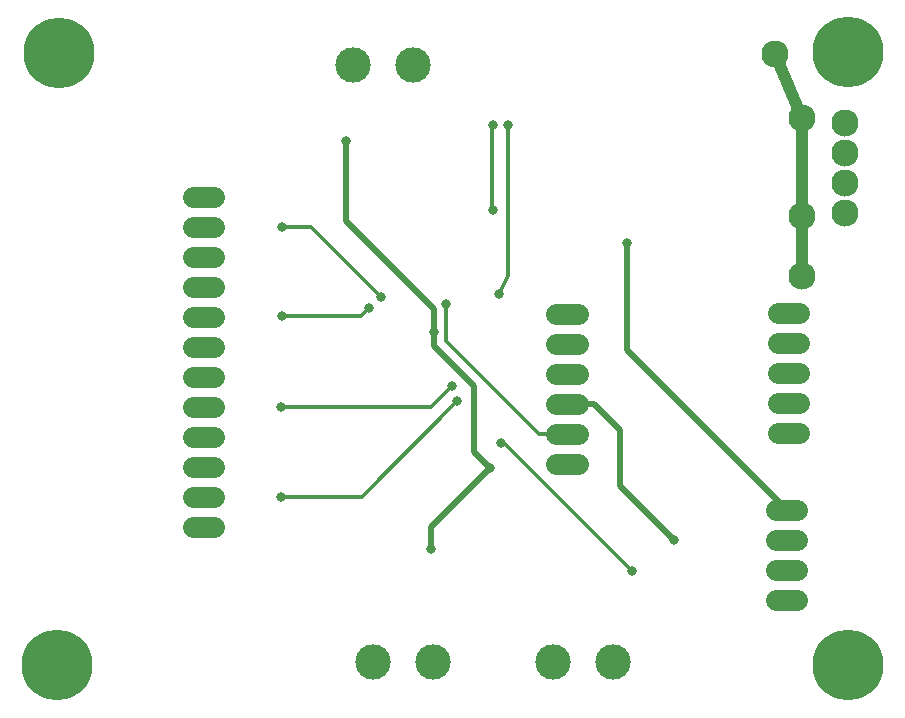
<source format=gbr>
%FSLAX34Y34*%
%MOMM*%
%LNCOPPER_BOTTOM*%
G71*
G01*
%ADD10C, 0.800*%
%ADD11C, 6.000*%
%ADD12C, 2.300*%
%ADD13C, 0.300*%
%ADD14C, 3.000*%
%ADD15C, 1.800*%
%ADD16C, 0.500*%
%ADD17C, 1.000*%
%LPD*%
X409178Y497681D02*
G54D10*
D03*
X409178Y426244D02*
G54D10*
D03*
X40369Y40728D02*
G54D11*
D03*
X41956Y559047D02*
G54D11*
D03*
X709897Y559840D02*
G54D11*
D03*
X709897Y40331D02*
G54D11*
D03*
X369888Y346550D02*
G54D10*
D03*
X707231Y499347D02*
G54D12*
D03*
X707231Y473947D02*
G54D12*
D03*
X707231Y448547D02*
G54D12*
D03*
X707231Y423147D02*
G54D12*
D03*
G54D13*
X408781Y497759D02*
X408781Y426322D01*
X421878Y497681D02*
G54D10*
D03*
X414338Y355203D02*
G54D10*
D03*
G54D13*
X421878Y495378D02*
X421878Y369966D01*
X414338Y355203D01*
X341714Y548806D02*
G54D14*
D03*
X290914Y548806D02*
G54D14*
D03*
X307800Y43297D02*
G54D14*
D03*
X358600Y43297D02*
G54D14*
D03*
G54D15*
X463175Y337622D02*
X481175Y337622D01*
G54D15*
X463175Y312222D02*
X481175Y312222D01*
G54D15*
X463175Y286822D02*
X481175Y286822D01*
G54D15*
X463175Y261422D02*
X481175Y261422D01*
G54D15*
X463175Y236022D02*
X481175Y236022D01*
G54D15*
X463175Y210622D02*
X481175Y210622D01*
G54D15*
X650500Y236816D02*
X668500Y236816D01*
G54D15*
X650500Y262216D02*
X668500Y262216D01*
G54D15*
X650500Y287616D02*
X668500Y287616D01*
G54D15*
X650500Y313016D02*
X668500Y313016D01*
G54D15*
X650500Y338416D02*
X668500Y338416D01*
G54D15*
X649309Y95528D02*
X667309Y95528D01*
G54D15*
X649309Y120928D02*
X667309Y120928D01*
G54D15*
X649309Y146328D02*
X667309Y146328D01*
G54D15*
X649309Y171728D02*
X667309Y171728D01*
G54D15*
X155597Y386437D02*
X173597Y386437D01*
G54D15*
X155597Y411837D02*
X173597Y411837D01*
G54D15*
X155597Y437237D02*
X173597Y437237D01*
G54D15*
X155597Y310237D02*
X173597Y310237D01*
G54D15*
X155597Y335637D02*
X173597Y335637D01*
G54D15*
X155597Y361037D02*
X173597Y361037D01*
G54D15*
X155597Y234037D02*
X173597Y234037D01*
G54D15*
X155597Y259437D02*
X173597Y259437D01*
G54D15*
X155597Y284837D02*
X173597Y284837D01*
G54D15*
X155597Y157837D02*
X173597Y157837D01*
G54D15*
X155597Y183237D02*
X173597Y183237D01*
G54D15*
X155597Y208637D02*
X173597Y208637D01*
X229791Y259237D02*
G54D10*
D03*
X229791Y183037D02*
G54D10*
D03*
X374650Y276700D02*
G54D10*
D03*
X379412Y264000D02*
G54D10*
D03*
G54D13*
X229791Y259237D02*
X357188Y259237D01*
X374650Y276700D01*
G54D13*
X229791Y183037D02*
X298450Y183037D01*
X379412Y264000D01*
X304403Y342581D02*
G54D10*
D03*
X314722Y352503D02*
G54D10*
D03*
X230584Y335834D02*
G54D10*
D03*
X230584Y411637D02*
G54D10*
D03*
G54D13*
X230584Y411637D02*
X255191Y411637D01*
X314722Y352503D01*
G54D13*
X230584Y335834D02*
X297656Y335834D01*
X304403Y342581D01*
X460200Y43297D02*
G54D14*
D03*
X510999Y43297D02*
G54D14*
D03*
X359569Y322340D02*
G54D10*
D03*
X407194Y207246D02*
G54D10*
D03*
G54D16*
X359569Y322340D02*
X359569Y310434D01*
X393303Y276700D01*
X393303Y221137D01*
X407194Y207246D01*
G54D13*
X369888Y346550D02*
X369888Y314800D01*
X448469Y236219D01*
X471978Y236219D01*
X472175Y236022D01*
X562619Y146272D02*
G54D10*
D03*
G54D16*
X472175Y261422D02*
X495100Y261422D01*
X516731Y239790D01*
X516731Y192159D01*
X562619Y146272D01*
X522684Y397669D02*
G54D10*
D03*
X648388Y558284D02*
G54D12*
D03*
X671406Y503516D02*
G54D12*
D03*
X671406Y420966D02*
G54D12*
D03*
X671406Y370166D02*
G54D12*
D03*
G54D17*
X671406Y370166D02*
X671406Y420966D01*
X671406Y503516D01*
X648388Y558284D01*
G54D16*
X522684Y397669D02*
X522684Y307353D01*
X658309Y171728D01*
X357271Y138608D02*
G54D10*
D03*
G54D16*
X357271Y138608D02*
X357271Y157324D01*
X407194Y207246D01*
X284901Y484059D02*
G54D10*
D03*
G54D16*
X284901Y484059D02*
X284901Y416774D01*
X359172Y342503D01*
X359172Y322737D01*
X359569Y322340D01*
X415925Y228678D02*
G54D10*
D03*
X527447Y120331D02*
G54D10*
D03*
G54D13*
X415925Y228678D02*
X419100Y228678D01*
X527447Y120331D01*
M02*

</source>
